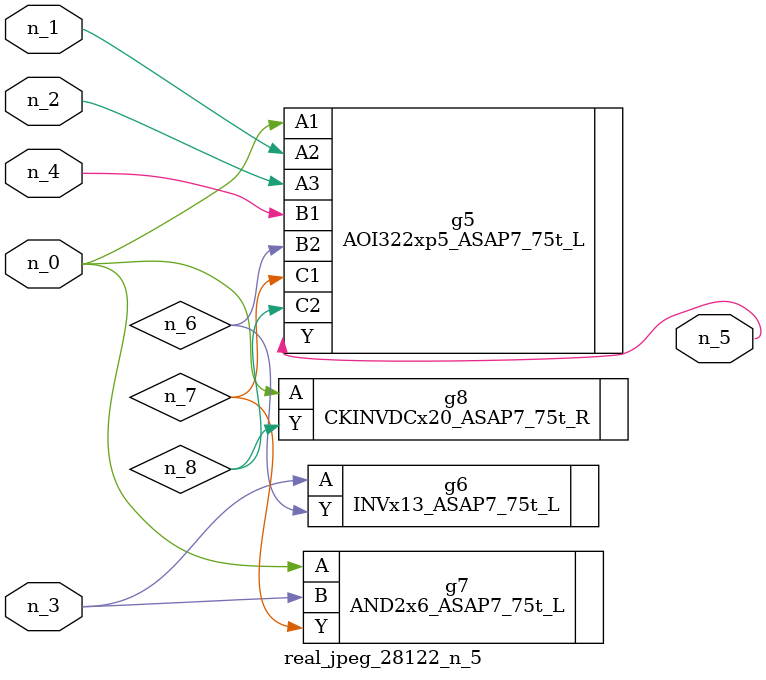
<source format=v>
module real_jpeg_28122_n_5 (n_4, n_0, n_1, n_2, n_3, n_5);

input n_4;
input n_0;
input n_1;
input n_2;
input n_3;

output n_5;

wire n_8;
wire n_6;
wire n_7;

AOI322xp5_ASAP7_75t_L g5 ( 
.A1(n_0),
.A2(n_1),
.A3(n_2),
.B1(n_4),
.B2(n_6),
.C1(n_7),
.C2(n_8),
.Y(n_5)
);

AND2x6_ASAP7_75t_L g7 ( 
.A(n_0),
.B(n_3),
.Y(n_7)
);

CKINVDCx20_ASAP7_75t_R g8 ( 
.A(n_0),
.Y(n_8)
);

INVx13_ASAP7_75t_L g6 ( 
.A(n_3),
.Y(n_6)
);


endmodule
</source>
